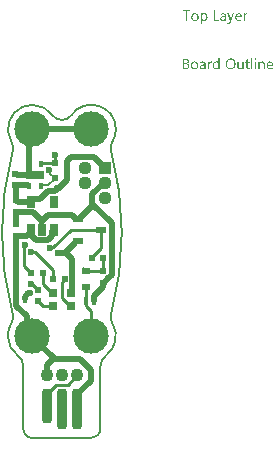
<source format=gtl>
G04*
G04 #@! TF.GenerationSoftware,Altium Limited,Altium Designer,21.9.2 (33)*
G04*
G04 Layer_Physical_Order=1*
G04 Layer_Color=255*
%FSAX25Y25*%
%MOIN*%
G70*
G04*
G04 #@! TF.SameCoordinates,22CECA58-678C-4C5F-B68D-3DF83B2D247A*
G04*
G04*
G04 #@! TF.FilePolarity,Positive*
G04*
G01*
G75*
%ADD10C,0.00591*%
%ADD13C,0.00787*%
%ADD16R,0.02756X0.03937*%
%ADD17R,0.03543X0.02362*%
%ADD18R,0.03150X0.02559*%
%ADD20R,0.02165X0.01968*%
%ADD21R,0.01968X0.02165*%
%ADD22R,0.02165X0.01968*%
G04:AMPARAMS|DCode=25|XSize=35.43mil|YSize=135.83mil|CornerRadius=13.82mil|HoleSize=0mil|Usage=FLASHONLY|Rotation=0.000|XOffset=0mil|YOffset=0mil|HoleType=Round|Shape=RoundedRectangle|*
%AMROUNDEDRECTD25*
21,1,0.03543,0.10819,0,0,0.0*
21,1,0.00780,0.13583,0,0,0.0*
1,1,0.02764,0.00390,-0.05409*
1,1,0.02764,-0.00390,-0.05409*
1,1,0.02764,-0.00390,0.05409*
1,1,0.02764,0.00390,0.05409*
%
%ADD25ROUNDEDRECTD25*%
G04:AMPARAMS|DCode=26|XSize=35.43mil|YSize=116.14mil|CornerRadius=13.82mil|HoleSize=0mil|Usage=FLASHONLY|Rotation=0.000|XOffset=0mil|YOffset=0mil|HoleType=Round|Shape=RoundedRectangle|*
%AMROUNDEDRECTD26*
21,1,0.03543,0.08850,0,0,0.0*
21,1,0.00780,0.11614,0,0,0.0*
1,1,0.02764,0.00390,-0.04425*
1,1,0.02764,-0.00390,-0.04425*
1,1,0.02764,-0.00390,0.04425*
1,1,0.02764,0.00390,0.04425*
%
%ADD26ROUNDEDRECTD26*%
%ADD36C,0.04331*%
%ADD41R,0.01575X0.02756*%
%ADD42R,0.06299X0.02756*%
%ADD43R,0.01378X0.02165*%
%ADD44R,0.03150X0.02362*%
%ADD45C,0.01968*%
%ADD46C,0.00984*%
%ADD47C,0.04370*%
%ADD48R,0.04370X0.04370*%
%ADD49C,0.11811*%
%ADD50C,0.02362*%
G36*
X0047597Y0117623D02*
X0047640Y0117617D01*
X0047683Y0117611D01*
X0047795Y0117586D01*
X0047918Y0117549D01*
X0048042Y0117487D01*
X0048104Y0117450D01*
X0048166Y0117400D01*
X0048222Y0117350D01*
X0048278Y0117289D01*
X0048284Y0117282D01*
X0048290Y0117276D01*
X0048302Y0117252D01*
X0048321Y0117227D01*
X0048339Y0117196D01*
X0048364Y0117153D01*
X0048389Y0117103D01*
X0048414Y0117053D01*
X0048439Y0116991D01*
X0048463Y0116923D01*
X0048488Y0116849D01*
X0048507Y0116769D01*
X0048537Y0116589D01*
X0048550Y0116490D01*
Y0116385D01*
Y0116379D01*
Y0116360D01*
Y0116323D01*
X0048544Y0116280D01*
Y0116230D01*
X0048531Y0116168D01*
X0048525Y0116100D01*
X0048513Y0116026D01*
X0048476Y0115865D01*
X0048420Y0115698D01*
X0048383Y0115617D01*
X0048346Y0115537D01*
X0048296Y0115456D01*
X0048240Y0115382D01*
X0048234Y0115376D01*
X0048228Y0115364D01*
X0048209Y0115345D01*
X0048185Y0115326D01*
X0048154Y0115296D01*
X0048117Y0115264D01*
X0048073Y0115227D01*
X0048024Y0115196D01*
X0047968Y0115159D01*
X0047906Y0115122D01*
X0047758Y0115066D01*
X0047677Y0115042D01*
X0047597Y0115023D01*
X0047504Y0115011D01*
X0047405Y0115005D01*
X0047355D01*
X0047324Y0115011D01*
X0047281Y0115017D01*
X0047238Y0115029D01*
X0047126Y0115054D01*
X0047009Y0115104D01*
X0046940Y0115141D01*
X0046879Y0115178D01*
X0046817Y0115227D01*
X0046761Y0115283D01*
X0046699Y0115345D01*
X0046650Y0115419D01*
X0046637D01*
Y0113909D01*
X0046235D01*
Y0117573D01*
X0046637D01*
Y0117128D01*
X0046650D01*
X0046656Y0117134D01*
X0046662Y0117153D01*
X0046681Y0117177D01*
X0046705Y0117208D01*
X0046736Y0117245D01*
X0046773Y0117289D01*
X0046817Y0117332D01*
X0046872Y0117382D01*
X0046928Y0117425D01*
X0046990Y0117468D01*
X0047064Y0117511D01*
X0047139Y0117549D01*
X0047225Y0117586D01*
X0047318Y0117611D01*
X0047411Y0117623D01*
X0047516Y0117629D01*
X0047566D01*
X0047597Y0117623D01*
D02*
G37*
G36*
X0061710Y0117611D02*
X0061784Y0117604D01*
X0061827Y0117592D01*
X0061858Y0117580D01*
Y0117165D01*
X0061852Y0117171D01*
X0061840Y0117177D01*
X0061815Y0117190D01*
X0061784Y0117208D01*
X0061741Y0117221D01*
X0061685Y0117233D01*
X0061623Y0117239D01*
X0061555Y0117245D01*
X0061543D01*
X0061512Y0117239D01*
X0061462Y0117233D01*
X0061406Y0117214D01*
X0061332Y0117183D01*
X0061264Y0117140D01*
X0061190Y0117078D01*
X0061122Y0116998D01*
X0061116Y0116985D01*
X0061097Y0116954D01*
X0061066Y0116899D01*
X0061035Y0116824D01*
X0061004Y0116732D01*
X0060973Y0116614D01*
X0060955Y0116484D01*
X0060948Y0116335D01*
Y0115060D01*
X0060546D01*
Y0117573D01*
X0060948D01*
Y0117053D01*
X0060961D01*
Y0117060D01*
X0060967Y0117066D01*
X0060979Y0117097D01*
X0060998Y0117146D01*
X0061029Y0117208D01*
X0061060Y0117270D01*
X0061109Y0117338D01*
X0061159Y0117406D01*
X0061221Y0117468D01*
X0061227Y0117474D01*
X0061252Y0117493D01*
X0061289Y0117518D01*
X0061338Y0117542D01*
X0061394Y0117567D01*
X0061462Y0117592D01*
X0061537Y0117611D01*
X0061617Y0117617D01*
X0061673D01*
X0061710Y0117611D01*
D02*
G37*
G36*
X0056331Y0114658D02*
X0056324Y0114652D01*
X0056318Y0114627D01*
X0056300Y0114584D01*
X0056275Y0114534D01*
X0056244Y0114478D01*
X0056201Y0114410D01*
X0056157Y0114342D01*
X0056108Y0114268D01*
X0056046Y0114194D01*
X0055984Y0114126D01*
X0055910Y0114058D01*
X0055829Y0114002D01*
X0055749Y0113952D01*
X0055656Y0113909D01*
X0055563Y0113884D01*
X0055458Y0113878D01*
X0055402D01*
X0055365Y0113884D01*
X0055285Y0113897D01*
X0055198Y0113915D01*
Y0114274D01*
X0055204D01*
X0055223Y0114268D01*
X0055247Y0114262D01*
X0055278Y0114255D01*
X0055353Y0114237D01*
X0055433Y0114231D01*
X0055446D01*
X0055483Y0114237D01*
X0055538Y0114249D01*
X0055607Y0114274D01*
X0055681Y0114318D01*
X0055718Y0114348D01*
X0055755Y0114385D01*
X0055792Y0114423D01*
X0055829Y0114472D01*
X0055860Y0114528D01*
X0055891Y0114590D01*
X0056095Y0115060D01*
X0055111Y0117573D01*
X0055557D01*
X0056238Y0115636D01*
Y0115630D01*
X0056244Y0115617D01*
X0056250Y0115599D01*
X0056256Y0115574D01*
X0056263Y0115537D01*
X0056275Y0115500D01*
X0056287Y0115444D01*
X0056306D01*
Y0115456D01*
X0056318Y0115494D01*
X0056331Y0115549D01*
X0056356Y0115630D01*
X0057067Y0117573D01*
X0057482D01*
X0056331Y0114658D01*
D02*
G37*
G36*
X0053923Y0117623D02*
X0053979Y0117617D01*
X0054047Y0117598D01*
X0054121Y0117580D01*
X0054201Y0117549D01*
X0054288Y0117511D01*
X0054369Y0117462D01*
X0054449Y0117400D01*
X0054523Y0117326D01*
X0054591Y0117233D01*
X0054647Y0117128D01*
X0054690Y0117004D01*
X0054715Y0116861D01*
X0054728Y0116694D01*
Y0115060D01*
X0054325D01*
Y0115450D01*
X0054313D01*
Y0115444D01*
X0054300Y0115432D01*
X0054288Y0115407D01*
X0054263Y0115382D01*
X0054201Y0115308D01*
X0054121Y0115227D01*
X0054009Y0115147D01*
X0053879Y0115073D01*
X0053799Y0115048D01*
X0053719Y0115023D01*
X0053632Y0115011D01*
X0053539Y0115005D01*
X0053502D01*
X0053477Y0115011D01*
X0053409Y0115017D01*
X0053329Y0115029D01*
X0053229Y0115054D01*
X0053137Y0115085D01*
X0053038Y0115135D01*
X0052951Y0115196D01*
X0052945Y0115209D01*
X0052920Y0115234D01*
X0052883Y0115277D01*
X0052846Y0115339D01*
X0052809Y0115413D01*
X0052772Y0115500D01*
X0052747Y0115605D01*
X0052741Y0115723D01*
Y0115729D01*
Y0115753D01*
X0052747Y0115791D01*
X0052753Y0115834D01*
X0052765Y0115890D01*
X0052784Y0115952D01*
X0052809Y0116020D01*
X0052846Y0116088D01*
X0052889Y0116162D01*
X0052945Y0116236D01*
X0053013Y0116304D01*
X0053093Y0116366D01*
X0053186Y0116428D01*
X0053298Y0116478D01*
X0053421Y0116515D01*
X0053570Y0116546D01*
X0054325Y0116651D01*
Y0116657D01*
Y0116676D01*
X0054319Y0116713D01*
Y0116750D01*
X0054307Y0116800D01*
X0054300Y0116855D01*
X0054263Y0116973D01*
X0054232Y0117029D01*
X0054201Y0117084D01*
X0054158Y0117140D01*
X0054109Y0117190D01*
X0054047Y0117233D01*
X0053979Y0117264D01*
X0053898Y0117282D01*
X0053805Y0117289D01*
X0053762D01*
X0053731Y0117282D01*
X0053688D01*
X0053644Y0117270D01*
X0053533Y0117252D01*
X0053409Y0117214D01*
X0053273Y0117159D01*
X0053199Y0117122D01*
X0053131Y0117084D01*
X0053056Y0117035D01*
X0052988Y0116979D01*
Y0117394D01*
X0052994D01*
X0053007Y0117406D01*
X0053025Y0117419D01*
X0053056Y0117431D01*
X0053087Y0117450D01*
X0053131Y0117468D01*
X0053180Y0117487D01*
X0053236Y0117511D01*
X0053360Y0117555D01*
X0053508Y0117592D01*
X0053669Y0117617D01*
X0053842Y0117629D01*
X0053879D01*
X0053923Y0117623D01*
D02*
G37*
G36*
X0051032Y0115432D02*
X0052443D01*
Y0115060D01*
X0050617D01*
Y0118576D01*
X0051032D01*
Y0115432D01*
D02*
G37*
G36*
X0042793Y0118205D02*
X0041778D01*
Y0115060D01*
X0041370D01*
Y0118205D01*
X0040354D01*
Y0118576D01*
X0042793D01*
Y0118205D01*
D02*
G37*
G36*
X0058986Y0117623D02*
X0059030Y0117617D01*
X0059073Y0117611D01*
X0059184Y0117592D01*
X0059308Y0117549D01*
X0059432Y0117493D01*
X0059494Y0117456D01*
X0059556Y0117412D01*
X0059611Y0117363D01*
X0059667Y0117307D01*
X0059673Y0117301D01*
X0059680Y0117295D01*
X0059692Y0117276D01*
X0059711Y0117252D01*
X0059729Y0117214D01*
X0059754Y0117177D01*
X0059778Y0117134D01*
X0059803Y0117078D01*
X0059828Y0117016D01*
X0059853Y0116954D01*
X0059878Y0116880D01*
X0059896Y0116800D01*
X0059915Y0116713D01*
X0059927Y0116626D01*
X0059939Y0116527D01*
Y0116422D01*
Y0116212D01*
X0058163D01*
Y0116205D01*
Y0116193D01*
Y0116174D01*
X0058169Y0116144D01*
X0058175Y0116106D01*
Y0116069D01*
X0058194Y0115970D01*
X0058225Y0115871D01*
X0058262Y0115760D01*
X0058318Y0115655D01*
X0058386Y0115562D01*
X0058398Y0115549D01*
X0058423Y0115524D01*
X0058473Y0115494D01*
X0058540Y0115450D01*
X0058627Y0115407D01*
X0058726Y0115376D01*
X0058844Y0115351D01*
X0058980Y0115339D01*
X0059023D01*
X0059054Y0115345D01*
X0059092D01*
X0059135Y0115351D01*
X0059240Y0115376D01*
X0059358Y0115407D01*
X0059488Y0115456D01*
X0059624Y0115524D01*
X0059692Y0115568D01*
X0059760Y0115617D01*
Y0115240D01*
X0059754D01*
X0059748Y0115227D01*
X0059729Y0115221D01*
X0059698Y0115203D01*
X0059667Y0115184D01*
X0059630Y0115165D01*
X0059580Y0115147D01*
X0059531Y0115122D01*
X0059469Y0115097D01*
X0059401Y0115079D01*
X0059252Y0115042D01*
X0059079Y0115017D01*
X0058887Y0115005D01*
X0058838D01*
X0058801Y0115011D01*
X0058757Y0115017D01*
X0058701Y0115023D01*
X0058584Y0115048D01*
X0058448Y0115085D01*
X0058311Y0115147D01*
X0058243Y0115190D01*
X0058175Y0115234D01*
X0058113Y0115283D01*
X0058052Y0115345D01*
X0058045Y0115351D01*
X0058039Y0115364D01*
X0058027Y0115382D01*
X0058002Y0115407D01*
X0057983Y0115444D01*
X0057959Y0115487D01*
X0057928Y0115537D01*
X0057903Y0115593D01*
X0057872Y0115655D01*
X0057847Y0115729D01*
X0057816Y0115809D01*
X0057798Y0115896D01*
X0057779Y0115989D01*
X0057761Y0116088D01*
X0057754Y0116193D01*
X0057748Y0116304D01*
Y0116311D01*
Y0116329D01*
Y0116360D01*
X0057754Y0116403D01*
X0057761Y0116453D01*
X0057767Y0116509D01*
X0057773Y0116577D01*
X0057792Y0116645D01*
X0057829Y0116794D01*
X0057884Y0116954D01*
X0057922Y0117035D01*
X0057971Y0117109D01*
X0058021Y0117190D01*
X0058076Y0117258D01*
X0058082Y0117264D01*
X0058095Y0117276D01*
X0058113Y0117295D01*
X0058138Y0117313D01*
X0058169Y0117344D01*
X0058206Y0117375D01*
X0058256Y0117406D01*
X0058305Y0117443D01*
X0058423Y0117511D01*
X0058565Y0117573D01*
X0058646Y0117592D01*
X0058726Y0117611D01*
X0058813Y0117623D01*
X0058906Y0117629D01*
X0058955D01*
X0058986Y0117623D01*
D02*
G37*
G36*
X0044495D02*
X0044539Y0117617D01*
X0044594Y0117611D01*
X0044718Y0117586D01*
X0044861Y0117542D01*
X0045003Y0117481D01*
X0045077Y0117443D01*
X0045145Y0117400D01*
X0045213Y0117344D01*
X0045275Y0117282D01*
X0045282Y0117276D01*
X0045288Y0117264D01*
X0045306Y0117245D01*
X0045325Y0117221D01*
X0045350Y0117183D01*
X0045374Y0117140D01*
X0045405Y0117091D01*
X0045436Y0117035D01*
X0045461Y0116967D01*
X0045492Y0116899D01*
X0045517Y0116818D01*
X0045542Y0116732D01*
X0045560Y0116639D01*
X0045579Y0116540D01*
X0045585Y0116434D01*
X0045591Y0116323D01*
Y0116317D01*
Y0116298D01*
Y0116267D01*
X0045585Y0116224D01*
X0045579Y0116174D01*
X0045573Y0116113D01*
X0045560Y0116051D01*
X0045548Y0115976D01*
X0045511Y0115828D01*
X0045449Y0115667D01*
X0045412Y0115586D01*
X0045362Y0115506D01*
X0045312Y0115432D01*
X0045251Y0115364D01*
X0045244Y0115357D01*
X0045232Y0115351D01*
X0045213Y0115333D01*
X0045189Y0115308D01*
X0045152Y0115283D01*
X0045114Y0115252D01*
X0045065Y0115215D01*
X0045009Y0115184D01*
X0044947Y0115153D01*
X0044879Y0115116D01*
X0044805Y0115085D01*
X0044725Y0115060D01*
X0044638Y0115035D01*
X0044545Y0115023D01*
X0044446Y0115011D01*
X0044341Y0115005D01*
X0044285D01*
X0044248Y0115011D01*
X0044205Y0115017D01*
X0044149Y0115023D01*
X0044087Y0115035D01*
X0044019Y0115048D01*
X0043876Y0115091D01*
X0043728Y0115153D01*
X0043654Y0115190D01*
X0043586Y0115240D01*
X0043517Y0115289D01*
X0043449Y0115351D01*
X0043443Y0115357D01*
X0043437Y0115370D01*
X0043418Y0115388D01*
X0043400Y0115413D01*
X0043375Y0115450D01*
X0043344Y0115494D01*
X0043313Y0115543D01*
X0043288Y0115599D01*
X0043257Y0115667D01*
X0043227Y0115735D01*
X0043196Y0115809D01*
X0043171Y0115896D01*
X0043134Y0116082D01*
X0043127Y0116181D01*
X0043121Y0116286D01*
Y0116292D01*
Y0116317D01*
Y0116348D01*
X0043127Y0116391D01*
X0043134Y0116441D01*
X0043140Y0116502D01*
X0043152Y0116571D01*
X0043165Y0116645D01*
X0043202Y0116806D01*
X0043264Y0116967D01*
X0043307Y0117047D01*
X0043350Y0117128D01*
X0043400Y0117202D01*
X0043462Y0117270D01*
X0043468Y0117276D01*
X0043480Y0117289D01*
X0043499Y0117301D01*
X0043524Y0117326D01*
X0043561Y0117350D01*
X0043604Y0117382D01*
X0043654Y0117419D01*
X0043709Y0117450D01*
X0043771Y0117481D01*
X0043845Y0117518D01*
X0043920Y0117549D01*
X0044006Y0117573D01*
X0044093Y0117598D01*
X0044192Y0117617D01*
X0044297Y0117623D01*
X0044403Y0117629D01*
X0044458D01*
X0044495Y0117623D01*
D02*
G37*
G36*
X0064563Y0102638D02*
X0064588D01*
X0064644Y0102613D01*
X0064675Y0102594D01*
X0064706Y0102569D01*
X0064712Y0102563D01*
X0064718Y0102557D01*
X0064749Y0102520D01*
X0064774Y0102458D01*
X0064780Y0102421D01*
X0064786Y0102384D01*
Y0102377D01*
Y0102365D01*
X0064780Y0102347D01*
X0064774Y0102322D01*
X0064755Y0102260D01*
X0064731Y0102229D01*
X0064706Y0102198D01*
X0064700D01*
X0064693Y0102186D01*
X0064656Y0102161D01*
X0064601Y0102136D01*
X0064563Y0102130D01*
X0064526Y0102124D01*
X0064508D01*
X0064489Y0102130D01*
X0064464D01*
X0064403Y0102155D01*
X0064372Y0102167D01*
X0064341Y0102192D01*
Y0102198D01*
X0064328Y0102204D01*
X0064316Y0102223D01*
X0064303Y0102241D01*
X0064279Y0102303D01*
X0064272Y0102340D01*
X0064266Y0102384D01*
Y0102390D01*
Y0102402D01*
X0064272Y0102421D01*
X0064279Y0102452D01*
X0064297Y0102507D01*
X0064316Y0102539D01*
X0064341Y0102569D01*
X0064347Y0102576D01*
X0064353Y0102582D01*
X0064390Y0102607D01*
X0064452Y0102631D01*
X0064489Y0102644D01*
X0064545D01*
X0064563Y0102638D01*
D02*
G37*
G36*
X0052573Y0098973D02*
X0052171D01*
Y0099394D01*
X0052159D01*
Y0099388D01*
X0052146Y0099375D01*
X0052128Y0099351D01*
X0052109Y0099320D01*
X0052078Y0099282D01*
X0052041Y0099245D01*
X0051998Y0099202D01*
X0051948Y0099159D01*
X0051893Y0099109D01*
X0051824Y0099066D01*
X0051756Y0099029D01*
X0051676Y0098992D01*
X0051595Y0098961D01*
X0051503Y0098936D01*
X0051403Y0098923D01*
X0051298Y0098917D01*
X0051255D01*
X0051218Y0098923D01*
X0051181Y0098930D01*
X0051131Y0098936D01*
X0051026Y0098961D01*
X0050902Y0098998D01*
X0050778Y0099060D01*
X0050710Y0099097D01*
X0050655Y0099140D01*
X0050593Y0099196D01*
X0050537Y0099252D01*
Y0099258D01*
X0050524Y0099270D01*
X0050512Y0099289D01*
X0050494Y0099313D01*
X0050475Y0099344D01*
X0050450Y0099388D01*
X0050425Y0099437D01*
X0050401Y0099493D01*
X0050370Y0099555D01*
X0050345Y0099623D01*
X0050320Y0099697D01*
X0050302Y0099778D01*
X0050283Y0099864D01*
X0050271Y0099963D01*
X0050265Y0100063D01*
X0050258Y0100168D01*
Y0100174D01*
Y0100192D01*
Y0100230D01*
X0050265Y0100273D01*
X0050271Y0100322D01*
X0050277Y0100384D01*
X0050283Y0100452D01*
X0050296Y0100527D01*
X0050333Y0100688D01*
X0050388Y0100855D01*
X0050425Y0100935D01*
X0050469Y0101016D01*
X0050512Y0101090D01*
X0050568Y0101164D01*
X0050574Y0101171D01*
X0050580Y0101183D01*
X0050599Y0101201D01*
X0050624Y0101226D01*
X0050655Y0101251D01*
X0050698Y0101282D01*
X0050741Y0101319D01*
X0050791Y0101356D01*
X0050915Y0101424D01*
X0051057Y0101486D01*
X0051137Y0101505D01*
X0051224Y0101523D01*
X0051311Y0101536D01*
X0051410Y0101542D01*
X0051459D01*
X0051496Y0101536D01*
X0051534Y0101530D01*
X0051583Y0101523D01*
X0051694Y0101492D01*
X0051818Y0101443D01*
X0051880Y0101412D01*
X0051942Y0101369D01*
X0052004Y0101325D01*
X0052060Y0101269D01*
X0052109Y0101208D01*
X0052159Y0101133D01*
X0052171D01*
Y0102693D01*
X0052573D01*
Y0098973D01*
D02*
G37*
G36*
X0066841Y0101536D02*
X0066916Y0101530D01*
X0067009Y0101511D01*
X0067107Y0101480D01*
X0067213Y0101430D01*
X0067318Y0101362D01*
X0067361Y0101325D01*
X0067405Y0101276D01*
X0067417Y0101263D01*
X0067442Y0101226D01*
X0067473Y0101164D01*
X0067516Y0101078D01*
X0067553Y0100972D01*
X0067590Y0100842D01*
X0067615Y0100688D01*
X0067621Y0100508D01*
Y0098973D01*
X0067219D01*
Y0100403D01*
Y0100409D01*
Y0100440D01*
X0067213Y0100477D01*
Y0100527D01*
X0067200Y0100589D01*
X0067188Y0100657D01*
X0067169Y0100731D01*
X0067145Y0100805D01*
X0067114Y0100880D01*
X0067077Y0100948D01*
X0067027Y0101016D01*
X0066971Y0101078D01*
X0066909Y0101127D01*
X0066829Y0101164D01*
X0066742Y0101195D01*
X0066637Y0101201D01*
X0066625D01*
X0066588Y0101195D01*
X0066532Y0101189D01*
X0066464Y0101171D01*
X0066383Y0101146D01*
X0066297Y0101102D01*
X0066216Y0101047D01*
X0066136Y0100972D01*
X0066129Y0100960D01*
X0066105Y0100935D01*
X0066074Y0100886D01*
X0066037Y0100818D01*
X0066000Y0100737D01*
X0065969Y0100638D01*
X0065944Y0100527D01*
X0065938Y0100403D01*
Y0098973D01*
X0065535D01*
Y0101486D01*
X0065938D01*
Y0101065D01*
X0065950D01*
X0065956Y0101072D01*
X0065962Y0101084D01*
X0065981Y0101109D01*
X0066006Y0101139D01*
X0066030Y0101177D01*
X0066068Y0101214D01*
X0066111Y0101257D01*
X0066160Y0101307D01*
X0066216Y0101350D01*
X0066278Y0101393D01*
X0066346Y0101430D01*
X0066420Y0101468D01*
X0066495Y0101499D01*
X0066581Y0101523D01*
X0066674Y0101536D01*
X0066773Y0101542D01*
X0066810D01*
X0066841Y0101536D01*
D02*
G37*
G36*
X0049844Y0101523D02*
X0049918Y0101517D01*
X0049961Y0101505D01*
X0049992Y0101492D01*
Y0101078D01*
X0049986Y0101084D01*
X0049974Y0101090D01*
X0049949Y0101102D01*
X0049918Y0101121D01*
X0049874Y0101133D01*
X0049819Y0101146D01*
X0049757Y0101152D01*
X0049689Y0101158D01*
X0049676D01*
X0049646Y0101152D01*
X0049596Y0101146D01*
X0049540Y0101127D01*
X0049466Y0101096D01*
X0049398Y0101053D01*
X0049324Y0100991D01*
X0049255Y0100910D01*
X0049249Y0100898D01*
X0049231Y0100867D01*
X0049200Y0100812D01*
X0049169Y0100737D01*
X0049138Y0100644D01*
X0049107Y0100527D01*
X0049088Y0100397D01*
X0049082Y0100248D01*
Y0098973D01*
X0048680D01*
Y0101486D01*
X0049082D01*
Y0100966D01*
X0049095D01*
Y0100972D01*
X0049101Y0100979D01*
X0049113Y0101010D01*
X0049132Y0101059D01*
X0049163Y0101121D01*
X0049194Y0101183D01*
X0049243Y0101251D01*
X0049293Y0101319D01*
X0049355Y0101381D01*
X0049361Y0101387D01*
X0049385Y0101406D01*
X0049423Y0101430D01*
X0049472Y0101455D01*
X0049528Y0101480D01*
X0049596Y0101505D01*
X0049670Y0101523D01*
X0049751Y0101530D01*
X0049806D01*
X0049844Y0101523D01*
D02*
G37*
G36*
X0060583Y0098973D02*
X0060181D01*
Y0099369D01*
X0060168D01*
Y0099363D01*
X0060156Y0099351D01*
X0060144Y0099326D01*
X0060119Y0099301D01*
X0060063Y0099227D01*
X0059977Y0099146D01*
X0059927Y0099103D01*
X0059871Y0099060D01*
X0059809Y0099023D01*
X0059735Y0098985D01*
X0059661Y0098961D01*
X0059580Y0098936D01*
X0059488Y0098923D01*
X0059395Y0098917D01*
X0059358D01*
X0059314Y0098923D01*
X0059252Y0098936D01*
X0059184Y0098948D01*
X0059110Y0098973D01*
X0059030Y0099004D01*
X0058949Y0099054D01*
X0058862Y0099109D01*
X0058782Y0099177D01*
X0058708Y0099264D01*
X0058640Y0099369D01*
X0058578Y0099487D01*
X0058534Y0099629D01*
X0058510Y0099796D01*
X0058497Y0099883D01*
Y0099982D01*
Y0101486D01*
X0058893D01*
Y0100044D01*
Y0100038D01*
Y0100013D01*
X0058900Y0099970D01*
X0058906Y0099920D01*
X0058912Y0099858D01*
X0058924Y0099796D01*
X0058943Y0099722D01*
X0058968Y0099648D01*
X0059005Y0099573D01*
X0059042Y0099505D01*
X0059092Y0099437D01*
X0059153Y0099375D01*
X0059222Y0099326D01*
X0059302Y0099289D01*
X0059401Y0099258D01*
X0059506Y0099252D01*
X0059519D01*
X0059556Y0099258D01*
X0059611Y0099264D01*
X0059673Y0099276D01*
X0059754Y0099307D01*
X0059834Y0099344D01*
X0059915Y0099394D01*
X0059989Y0099468D01*
X0059995Y0099481D01*
X0060020Y0099505D01*
X0060051Y0099555D01*
X0060088Y0099623D01*
X0060119Y0099704D01*
X0060150Y0099803D01*
X0060175Y0099914D01*
X0060181Y0100038D01*
Y0101486D01*
X0060583D01*
Y0098973D01*
D02*
G37*
G36*
X0064718D02*
X0064316D01*
Y0101486D01*
X0064718D01*
Y0098973D01*
D02*
G37*
G36*
X0063499D02*
X0063096D01*
Y0102693D01*
X0063499D01*
Y0098973D01*
D02*
G37*
G36*
X0047120Y0101536D02*
X0047176Y0101530D01*
X0047244Y0101511D01*
X0047318Y0101492D01*
X0047399Y0101461D01*
X0047485Y0101424D01*
X0047566Y0101375D01*
X0047646Y0101313D01*
X0047720Y0101239D01*
X0047789Y0101146D01*
X0047844Y0101040D01*
X0047888Y0100917D01*
X0047912Y0100774D01*
X0047925Y0100607D01*
Y0098973D01*
X0047522D01*
Y0099363D01*
X0047510D01*
Y0099357D01*
X0047498Y0099344D01*
X0047485Y0099320D01*
X0047460Y0099295D01*
X0047399Y0099221D01*
X0047318Y0099140D01*
X0047207Y0099060D01*
X0047077Y0098985D01*
X0046996Y0098961D01*
X0046916Y0098936D01*
X0046829Y0098923D01*
X0046736Y0098917D01*
X0046699D01*
X0046674Y0098923D01*
X0046606Y0098930D01*
X0046526Y0098942D01*
X0046427Y0098967D01*
X0046334Y0098998D01*
X0046235Y0099047D01*
X0046148Y0099109D01*
X0046142Y0099122D01*
X0046117Y0099146D01*
X0046080Y0099190D01*
X0046043Y0099252D01*
X0046006Y0099326D01*
X0045969Y0099413D01*
X0045944Y0099518D01*
X0045938Y0099635D01*
Y0099642D01*
Y0099666D01*
X0045944Y0099704D01*
X0045950Y0099747D01*
X0045963Y0099803D01*
X0045981Y0099864D01*
X0046006Y0099932D01*
X0046043Y0100001D01*
X0046086Y0100075D01*
X0046142Y0100149D01*
X0046210Y0100217D01*
X0046290Y0100279D01*
X0046383Y0100341D01*
X0046495Y0100391D01*
X0046619Y0100428D01*
X0046767Y0100459D01*
X0047522Y0100564D01*
Y0100570D01*
Y0100589D01*
X0047516Y0100626D01*
Y0100663D01*
X0047504Y0100712D01*
X0047498Y0100768D01*
X0047460Y0100886D01*
X0047429Y0100942D01*
X0047399Y0100997D01*
X0047355Y0101053D01*
X0047306Y0101102D01*
X0047244Y0101146D01*
X0047176Y0101177D01*
X0047095Y0101195D01*
X0047002Y0101201D01*
X0046959D01*
X0046928Y0101195D01*
X0046885D01*
X0046841Y0101183D01*
X0046730Y0101164D01*
X0046606Y0101127D01*
X0046470Y0101072D01*
X0046396Y0101034D01*
X0046328Y0100997D01*
X0046253Y0100948D01*
X0046185Y0100892D01*
Y0101307D01*
X0046191D01*
X0046204Y0101319D01*
X0046222Y0101331D01*
X0046253Y0101344D01*
X0046284Y0101362D01*
X0046328Y0101381D01*
X0046377Y0101400D01*
X0046433Y0101424D01*
X0046557Y0101468D01*
X0046705Y0101505D01*
X0046866Y0101530D01*
X0047039Y0101542D01*
X0047077D01*
X0047120Y0101536D01*
D02*
G37*
G36*
X0041431Y0102483D02*
X0041475D01*
X0041518Y0102477D01*
X0041617Y0102464D01*
X0041735Y0102433D01*
X0041859Y0102396D01*
X0041976Y0102340D01*
X0042081Y0102266D01*
X0042088D01*
X0042094Y0102254D01*
X0042125Y0102229D01*
X0042168Y0102180D01*
X0042217Y0102111D01*
X0042261Y0102025D01*
X0042304Y0101926D01*
X0042335Y0101814D01*
X0042347Y0101752D01*
Y0101684D01*
Y0101678D01*
Y0101672D01*
Y0101635D01*
X0042341Y0101579D01*
X0042329Y0101511D01*
X0042310Y0101424D01*
X0042279Y0101338D01*
X0042242Y0101251D01*
X0042187Y0101164D01*
X0042180Y0101152D01*
X0042156Y0101127D01*
X0042118Y0101090D01*
X0042069Y0101040D01*
X0042007Y0100991D01*
X0041933Y0100935D01*
X0041840Y0100892D01*
X0041741Y0100849D01*
Y0100842D01*
X0041759D01*
X0041778Y0100836D01*
X0041797Y0100830D01*
X0041865Y0100818D01*
X0041945Y0100793D01*
X0042032Y0100756D01*
X0042125Y0100712D01*
X0042217Y0100651D01*
X0042304Y0100570D01*
X0042317Y0100558D01*
X0042341Y0100527D01*
X0042372Y0100483D01*
X0042416Y0100415D01*
X0042453Y0100329D01*
X0042490Y0100230D01*
X0042515Y0100112D01*
X0042521Y0099982D01*
Y0099976D01*
Y0099963D01*
Y0099939D01*
X0042515Y0099908D01*
X0042508Y0099871D01*
X0042502Y0099827D01*
X0042478Y0099722D01*
X0042440Y0099604D01*
X0042385Y0099481D01*
X0042347Y0099425D01*
X0042304Y0099363D01*
X0042248Y0099307D01*
X0042193Y0099252D01*
X0042187D01*
X0042180Y0099239D01*
X0042162Y0099227D01*
X0042137Y0099208D01*
X0042106Y0099190D01*
X0042063Y0099165D01*
X0041970Y0099115D01*
X0041852Y0099060D01*
X0041716Y0099016D01*
X0041555Y0098985D01*
X0041475Y0098979D01*
X0041382Y0098973D01*
X0040354D01*
Y0102489D01*
X0041400D01*
X0041431Y0102483D01*
D02*
G37*
G36*
X0061927Y0101486D02*
X0062564D01*
Y0101139D01*
X0061927D01*
Y0099722D01*
Y0099710D01*
Y0099679D01*
X0061933Y0099635D01*
X0061939Y0099580D01*
X0061964Y0099462D01*
X0061982Y0099406D01*
X0062013Y0099363D01*
X0062019Y0099357D01*
X0062032Y0099344D01*
X0062050Y0099332D01*
X0062081Y0099313D01*
X0062118Y0099289D01*
X0062168Y0099276D01*
X0062230Y0099264D01*
X0062298Y0099258D01*
X0062323D01*
X0062354Y0099264D01*
X0062391Y0099270D01*
X0062477Y0099295D01*
X0062521Y0099313D01*
X0062564Y0099338D01*
Y0098992D01*
X0062558D01*
X0062539Y0098979D01*
X0062508Y0098973D01*
X0062465Y0098961D01*
X0062409Y0098948D01*
X0062347Y0098936D01*
X0062273Y0098930D01*
X0062186Y0098923D01*
X0062155D01*
X0062125Y0098930D01*
X0062081Y0098936D01*
X0062032Y0098948D01*
X0061976Y0098961D01*
X0061920Y0098985D01*
X0061858Y0099016D01*
X0061796Y0099054D01*
X0061735Y0099103D01*
X0061679Y0099159D01*
X0061629Y0099233D01*
X0061586Y0099313D01*
X0061555Y0099413D01*
X0061530Y0099524D01*
X0061524Y0099654D01*
Y0101139D01*
X0061097D01*
Y0101486D01*
X0061524D01*
Y0102099D01*
X0061927Y0102229D01*
Y0101486D01*
D02*
G37*
G36*
X0069454Y0101536D02*
X0069497Y0101530D01*
X0069540Y0101523D01*
X0069652Y0101505D01*
X0069775Y0101461D01*
X0069899Y0101406D01*
X0069961Y0101369D01*
X0070023Y0101325D01*
X0070079Y0101276D01*
X0070134Y0101220D01*
X0070141Y0101214D01*
X0070147Y0101208D01*
X0070159Y0101189D01*
X0070178Y0101164D01*
X0070196Y0101127D01*
X0070221Y0101090D01*
X0070246Y0101047D01*
X0070271Y0100991D01*
X0070295Y0100929D01*
X0070320Y0100867D01*
X0070345Y0100793D01*
X0070363Y0100712D01*
X0070382Y0100626D01*
X0070394Y0100539D01*
X0070407Y0100440D01*
Y0100335D01*
Y0100124D01*
X0068630D01*
Y0100118D01*
Y0100106D01*
Y0100087D01*
X0068636Y0100056D01*
X0068643Y0100019D01*
Y0099982D01*
X0068661Y0099883D01*
X0068692Y0099784D01*
X0068729Y0099673D01*
X0068785Y0099567D01*
X0068853Y0099474D01*
X0068866Y0099462D01*
X0068890Y0099437D01*
X0068940Y0099406D01*
X0069008Y0099363D01*
X0069095Y0099320D01*
X0069194Y0099289D01*
X0069311Y0099264D01*
X0069447Y0099252D01*
X0069491D01*
X0069522Y0099258D01*
X0069559D01*
X0069602Y0099264D01*
X0069707Y0099289D01*
X0069825Y0099320D01*
X0069955Y0099369D01*
X0070091Y0099437D01*
X0070159Y0099481D01*
X0070227Y0099530D01*
Y0099152D01*
X0070221D01*
X0070215Y0099140D01*
X0070196Y0099134D01*
X0070165Y0099115D01*
X0070134Y0099097D01*
X0070097Y0099078D01*
X0070048Y0099060D01*
X0069998Y0099035D01*
X0069936Y0099010D01*
X0069868Y0098992D01*
X0069720Y0098954D01*
X0069546Y0098930D01*
X0069354Y0098917D01*
X0069305D01*
X0069268Y0098923D01*
X0069225Y0098930D01*
X0069169Y0098936D01*
X0069051Y0098961D01*
X0068915Y0098998D01*
X0068779Y0099060D01*
X0068711Y0099103D01*
X0068643Y0099146D01*
X0068581Y0099196D01*
X0068519Y0099258D01*
X0068513Y0099264D01*
X0068506Y0099276D01*
X0068494Y0099295D01*
X0068469Y0099320D01*
X0068451Y0099357D01*
X0068426Y0099400D01*
X0068395Y0099450D01*
X0068370Y0099505D01*
X0068339Y0099567D01*
X0068315Y0099642D01*
X0068284Y0099722D01*
X0068265Y0099809D01*
X0068247Y0099901D01*
X0068228Y0100001D01*
X0068222Y0100106D01*
X0068216Y0100217D01*
Y0100223D01*
Y0100242D01*
Y0100273D01*
X0068222Y0100316D01*
X0068228Y0100366D01*
X0068234Y0100422D01*
X0068240Y0100490D01*
X0068259Y0100558D01*
X0068296Y0100706D01*
X0068352Y0100867D01*
X0068389Y0100948D01*
X0068438Y0101022D01*
X0068488Y0101102D01*
X0068544Y0101171D01*
X0068550Y0101177D01*
X0068562Y0101189D01*
X0068581Y0101208D01*
X0068606Y0101226D01*
X0068636Y0101257D01*
X0068674Y0101288D01*
X0068723Y0101319D01*
X0068773Y0101356D01*
X0068890Y0101424D01*
X0069033Y0101486D01*
X0069113Y0101505D01*
X0069194Y0101523D01*
X0069280Y0101536D01*
X0069373Y0101542D01*
X0069423D01*
X0069454Y0101536D01*
D02*
G37*
G36*
X0056411Y0102545D02*
X0056473Y0102539D01*
X0056547Y0102526D01*
X0056628Y0102507D01*
X0056714Y0102489D01*
X0056801Y0102464D01*
X0056900Y0102433D01*
X0056993Y0102390D01*
X0057092Y0102340D01*
X0057191Y0102285D01*
X0057284Y0102217D01*
X0057377Y0102142D01*
X0057464Y0102056D01*
X0057470Y0102050D01*
X0057482Y0102031D01*
X0057507Y0102006D01*
X0057532Y0101969D01*
X0057569Y0101919D01*
X0057606Y0101858D01*
X0057643Y0101789D01*
X0057686Y0101715D01*
X0057730Y0101622D01*
X0057767Y0101530D01*
X0057804Y0101424D01*
X0057841Y0101307D01*
X0057866Y0101189D01*
X0057891Y0101059D01*
X0057903Y0100917D01*
X0057909Y0100774D01*
Y0100762D01*
Y0100737D01*
Y0100694D01*
X0057903Y0100632D01*
X0057897Y0100558D01*
X0057884Y0100477D01*
X0057872Y0100384D01*
X0057854Y0100279D01*
X0057829Y0100174D01*
X0057798Y0100063D01*
X0057761Y0099951D01*
X0057717Y0099840D01*
X0057662Y0099722D01*
X0057600Y0099617D01*
X0057532Y0099512D01*
X0057451Y0099413D01*
X0057445Y0099406D01*
X0057433Y0099394D01*
X0057402Y0099369D01*
X0057371Y0099338D01*
X0057321Y0099295D01*
X0057265Y0099258D01*
X0057204Y0099208D01*
X0057129Y0099165D01*
X0057049Y0099122D01*
X0056956Y0099072D01*
X0056857Y0099035D01*
X0056745Y0098998D01*
X0056628Y0098961D01*
X0056504Y0098936D01*
X0056374Y0098923D01*
X0056232Y0098917D01*
X0056201D01*
X0056157Y0098923D01*
X0056108D01*
X0056046Y0098930D01*
X0055972Y0098942D01*
X0055891Y0098961D01*
X0055798Y0098979D01*
X0055705Y0099004D01*
X0055607Y0099035D01*
X0055507Y0099078D01*
X0055408Y0099122D01*
X0055309Y0099177D01*
X0055210Y0099245D01*
X0055117Y0099320D01*
X0055031Y0099406D01*
X0055025Y0099413D01*
X0055012Y0099431D01*
X0054988Y0099456D01*
X0054963Y0099493D01*
X0054926Y0099542D01*
X0054888Y0099604D01*
X0054851Y0099673D01*
X0054808Y0099753D01*
X0054765Y0099840D01*
X0054728Y0099932D01*
X0054690Y0100038D01*
X0054653Y0100155D01*
X0054628Y0100273D01*
X0054604Y0100403D01*
X0054591Y0100545D01*
X0054585Y0100688D01*
Y0100700D01*
Y0100725D01*
X0054591Y0100768D01*
Y0100830D01*
X0054598Y0100898D01*
X0054610Y0100985D01*
X0054622Y0101078D01*
X0054641Y0101177D01*
X0054666Y0101282D01*
X0054697Y0101393D01*
X0054734Y0101505D01*
X0054777Y0101616D01*
X0054833Y0101728D01*
X0054895Y0101839D01*
X0054963Y0101944D01*
X0055043Y0102043D01*
X0055049Y0102050D01*
X0055062Y0102068D01*
X0055093Y0102093D01*
X0055130Y0102124D01*
X0055173Y0102161D01*
X0055229Y0102204D01*
X0055297Y0102248D01*
X0055371Y0102297D01*
X0055458Y0102347D01*
X0055551Y0102390D01*
X0055650Y0102433D01*
X0055761Y0102470D01*
X0055885Y0102501D01*
X0056015Y0102532D01*
X0056151Y0102545D01*
X0056294Y0102551D01*
X0056362D01*
X0056411Y0102545D01*
D02*
G37*
G36*
X0044384Y0101536D02*
X0044427Y0101530D01*
X0044483Y0101523D01*
X0044607Y0101499D01*
X0044749Y0101455D01*
X0044892Y0101393D01*
X0044966Y0101356D01*
X0045034Y0101313D01*
X0045102Y0101257D01*
X0045164Y0101195D01*
X0045170Y0101189D01*
X0045176Y0101177D01*
X0045195Y0101158D01*
X0045213Y0101133D01*
X0045238Y0101096D01*
X0045263Y0101053D01*
X0045294Y0101003D01*
X0045325Y0100948D01*
X0045350Y0100880D01*
X0045381Y0100812D01*
X0045405Y0100731D01*
X0045430Y0100644D01*
X0045449Y0100551D01*
X0045467Y0100452D01*
X0045474Y0100347D01*
X0045480Y0100236D01*
Y0100230D01*
Y0100211D01*
Y0100180D01*
X0045474Y0100137D01*
X0045467Y0100087D01*
X0045461Y0100025D01*
X0045449Y0099963D01*
X0045436Y0099889D01*
X0045399Y0099741D01*
X0045337Y0099580D01*
X0045300Y0099499D01*
X0045251Y0099419D01*
X0045201Y0099344D01*
X0045139Y0099276D01*
X0045133Y0099270D01*
X0045121Y0099264D01*
X0045102Y0099245D01*
X0045077Y0099221D01*
X0045040Y0099196D01*
X0045003Y0099165D01*
X0044954Y0099128D01*
X0044898Y0099097D01*
X0044836Y0099066D01*
X0044768Y0099029D01*
X0044693Y0098998D01*
X0044613Y0098973D01*
X0044526Y0098948D01*
X0044434Y0098936D01*
X0044335Y0098923D01*
X0044229Y0098917D01*
X0044174D01*
X0044136Y0098923D01*
X0044093Y0098930D01*
X0044037Y0098936D01*
X0043975Y0098948D01*
X0043907Y0098961D01*
X0043765Y0099004D01*
X0043617Y0099066D01*
X0043542Y0099103D01*
X0043474Y0099152D01*
X0043406Y0099202D01*
X0043338Y0099264D01*
X0043332Y0099270D01*
X0043325Y0099282D01*
X0043307Y0099301D01*
X0043288Y0099326D01*
X0043264Y0099363D01*
X0043233Y0099406D01*
X0043202Y0099456D01*
X0043177Y0099512D01*
X0043146Y0099580D01*
X0043115Y0099648D01*
X0043084Y0099722D01*
X0043059Y0099809D01*
X0043022Y0099994D01*
X0043016Y0100093D01*
X0043010Y0100199D01*
Y0100205D01*
Y0100230D01*
Y0100261D01*
X0043016Y0100304D01*
X0043022Y0100353D01*
X0043028Y0100415D01*
X0043041Y0100483D01*
X0043053Y0100558D01*
X0043090Y0100719D01*
X0043152Y0100880D01*
X0043196Y0100960D01*
X0043239Y0101040D01*
X0043288Y0101115D01*
X0043350Y0101183D01*
X0043356Y0101189D01*
X0043369Y0101201D01*
X0043387Y0101214D01*
X0043412Y0101239D01*
X0043449Y0101263D01*
X0043493Y0101294D01*
X0043542Y0101331D01*
X0043598Y0101362D01*
X0043660Y0101393D01*
X0043734Y0101430D01*
X0043808Y0101461D01*
X0043895Y0101486D01*
X0043982Y0101511D01*
X0044081Y0101530D01*
X0044186Y0101536D01*
X0044291Y0101542D01*
X0044347D01*
X0044384Y0101536D01*
D02*
G37*
%LPC*%
G36*
X0047417Y0117289D02*
X0047386D01*
X0047361Y0117282D01*
X0047293Y0117276D01*
X0047213Y0117258D01*
X0047126Y0117227D01*
X0047027Y0117183D01*
X0046934Y0117122D01*
X0046848Y0117041D01*
X0046841Y0117029D01*
X0046817Y0116998D01*
X0046780Y0116948D01*
X0046742Y0116874D01*
X0046705Y0116787D01*
X0046668Y0116682D01*
X0046643Y0116564D01*
X0046637Y0116434D01*
Y0116082D01*
Y0116075D01*
Y0116069D01*
X0046643Y0116032D01*
X0046650Y0115970D01*
X0046662Y0115902D01*
X0046687Y0115815D01*
X0046724Y0115729D01*
X0046773Y0115642D01*
X0046841Y0115555D01*
X0046854Y0115549D01*
X0046879Y0115524D01*
X0046922Y0115487D01*
X0046984Y0115450D01*
X0047058Y0115407D01*
X0047145Y0115376D01*
X0047244Y0115351D01*
X0047355Y0115339D01*
X0047392D01*
X0047417Y0115345D01*
X0047479Y0115351D01*
X0047566Y0115376D01*
X0047652Y0115407D01*
X0047751Y0115456D01*
X0047844Y0115524D01*
X0047888Y0115568D01*
X0047925Y0115617D01*
Y0115623D01*
X0047931Y0115630D01*
X0047943Y0115648D01*
X0047956Y0115667D01*
X0047974Y0115698D01*
X0047993Y0115735D01*
X0048030Y0115822D01*
X0048067Y0115933D01*
X0048104Y0116063D01*
X0048129Y0116218D01*
X0048135Y0116397D01*
Y0116403D01*
Y0116416D01*
Y0116434D01*
Y0116465D01*
X0048129Y0116502D01*
X0048123Y0116540D01*
X0048110Y0116632D01*
X0048086Y0116738D01*
X0048055Y0116849D01*
X0048005Y0116954D01*
X0047943Y0117047D01*
X0047937Y0117060D01*
X0047906Y0117084D01*
X0047863Y0117122D01*
X0047807Y0117171D01*
X0047733Y0117214D01*
X0047640Y0117252D01*
X0047535Y0117276D01*
X0047417Y0117289D01*
D02*
G37*
G36*
X0054325Y0116329D02*
X0053719Y0116243D01*
X0053706D01*
X0053675Y0116236D01*
X0053626Y0116224D01*
X0053564Y0116212D01*
X0053496Y0116193D01*
X0053421Y0116168D01*
X0053360Y0116144D01*
X0053298Y0116106D01*
X0053291Y0116100D01*
X0053273Y0116088D01*
X0053254Y0116063D01*
X0053229Y0116026D01*
X0053199Y0115976D01*
X0053180Y0115914D01*
X0053161Y0115840D01*
X0053155Y0115753D01*
Y0115747D01*
Y0115723D01*
X0053161Y0115692D01*
X0053174Y0115648D01*
X0053186Y0115599D01*
X0053211Y0115549D01*
X0053242Y0115500D01*
X0053285Y0115450D01*
X0053291Y0115444D01*
X0053310Y0115432D01*
X0053341Y0115413D01*
X0053378Y0115394D01*
X0053428Y0115376D01*
X0053490Y0115357D01*
X0053558Y0115345D01*
X0053638Y0115339D01*
X0053650D01*
X0053688Y0115345D01*
X0053743Y0115351D01*
X0053811Y0115364D01*
X0053886Y0115388D01*
X0053972Y0115426D01*
X0054053Y0115481D01*
X0054127Y0115549D01*
X0054133Y0115562D01*
X0054158Y0115586D01*
X0054189Y0115630D01*
X0054226Y0115692D01*
X0054263Y0115772D01*
X0054294Y0115859D01*
X0054319Y0115964D01*
X0054325Y0116075D01*
Y0116329D01*
D02*
G37*
G36*
X0058900Y0117289D02*
X0058850D01*
X0058801Y0117276D01*
X0058732Y0117264D01*
X0058658Y0117239D01*
X0058571Y0117202D01*
X0058491Y0117153D01*
X0058411Y0117084D01*
X0058404Y0117078D01*
X0058380Y0117047D01*
X0058349Y0117004D01*
X0058305Y0116942D01*
X0058262Y0116868D01*
X0058225Y0116775D01*
X0058194Y0116670D01*
X0058169Y0116552D01*
X0059525D01*
Y0116558D01*
Y0116571D01*
Y0116583D01*
Y0116608D01*
X0059519Y0116676D01*
X0059506Y0116750D01*
X0059481Y0116843D01*
X0059457Y0116930D01*
X0059413Y0117016D01*
X0059358Y0117097D01*
X0059351Y0117103D01*
X0059327Y0117128D01*
X0059289Y0117159D01*
X0059240Y0117196D01*
X0059172Y0117227D01*
X0059092Y0117258D01*
X0059005Y0117282D01*
X0058900Y0117289D01*
D02*
G37*
G36*
X0044372D02*
X0044335D01*
X0044310Y0117282D01*
X0044236Y0117276D01*
X0044149Y0117258D01*
X0044050Y0117227D01*
X0043944Y0117177D01*
X0043845Y0117109D01*
X0043796Y0117072D01*
X0043753Y0117023D01*
X0043740Y0117010D01*
X0043716Y0116973D01*
X0043685Y0116917D01*
X0043641Y0116837D01*
X0043598Y0116732D01*
X0043567Y0116608D01*
X0043542Y0116465D01*
X0043530Y0116298D01*
Y0116292D01*
Y0116280D01*
Y0116255D01*
X0043536Y0116224D01*
Y0116187D01*
X0043542Y0116144D01*
X0043561Y0116044D01*
X0043586Y0115933D01*
X0043629Y0115815D01*
X0043685Y0115698D01*
X0043759Y0115593D01*
X0043771Y0115580D01*
X0043802Y0115555D01*
X0043852Y0115512D01*
X0043920Y0115469D01*
X0044006Y0115419D01*
X0044112Y0115376D01*
X0044236Y0115351D01*
X0044372Y0115339D01*
X0044409D01*
X0044434Y0115345D01*
X0044508Y0115351D01*
X0044594Y0115370D01*
X0044687Y0115401D01*
X0044793Y0115444D01*
X0044885Y0115506D01*
X0044972Y0115586D01*
X0044978Y0115599D01*
X0045003Y0115636D01*
X0045040Y0115692D01*
X0045077Y0115772D01*
X0045114Y0115877D01*
X0045152Y0116001D01*
X0045176Y0116144D01*
X0045182Y0116311D01*
Y0116317D01*
Y0116329D01*
Y0116354D01*
Y0116391D01*
X0045176Y0116428D01*
X0045170Y0116472D01*
X0045158Y0116577D01*
X0045133Y0116694D01*
X0045096Y0116812D01*
X0045040Y0116930D01*
X0044972Y0117035D01*
X0044960Y0117047D01*
X0044935Y0117072D01*
X0044885Y0117115D01*
X0044817Y0117165D01*
X0044731Y0117208D01*
X0044632Y0117252D01*
X0044508Y0117276D01*
X0044372Y0117289D01*
D02*
G37*
G36*
X0051459Y0101201D02*
X0051422D01*
X0051397Y0101195D01*
X0051329Y0101189D01*
X0051249Y0101171D01*
X0051156Y0101133D01*
X0051057Y0101084D01*
X0050964Y0101022D01*
X0050921Y0100979D01*
X0050877Y0100929D01*
X0050871Y0100917D01*
X0050846Y0100880D01*
X0050809Y0100818D01*
X0050772Y0100737D01*
X0050735Y0100632D01*
X0050698Y0100502D01*
X0050673Y0100353D01*
X0050667Y0100186D01*
Y0100180D01*
Y0100168D01*
Y0100143D01*
X0050673Y0100112D01*
Y0100081D01*
X0050679Y0100038D01*
X0050692Y0099939D01*
X0050716Y0099827D01*
X0050753Y0099716D01*
X0050803Y0099604D01*
X0050871Y0099499D01*
X0050884Y0099487D01*
X0050908Y0099462D01*
X0050952Y0099419D01*
X0051013Y0099375D01*
X0051094Y0099332D01*
X0051187Y0099289D01*
X0051292Y0099264D01*
X0051416Y0099252D01*
X0051447D01*
X0051472Y0099258D01*
X0051534Y0099264D01*
X0051608Y0099282D01*
X0051694Y0099313D01*
X0051787Y0099351D01*
X0051874Y0099413D01*
X0051961Y0099493D01*
X0051967Y0099505D01*
X0051991Y0099536D01*
X0052029Y0099592D01*
X0052066Y0099660D01*
X0052103Y0099747D01*
X0052140Y0099852D01*
X0052165Y0099976D01*
X0052171Y0100106D01*
Y0100477D01*
Y0100483D01*
Y0100490D01*
Y0100527D01*
X0052159Y0100582D01*
X0052146Y0100657D01*
X0052122Y0100737D01*
X0052084Y0100824D01*
X0052035Y0100910D01*
X0051967Y0100991D01*
X0051961Y0100997D01*
X0051930Y0101022D01*
X0051886Y0101059D01*
X0051831Y0101096D01*
X0051756Y0101133D01*
X0051670Y0101171D01*
X0051571Y0101195D01*
X0051459Y0101201D01*
D02*
G37*
G36*
X0047522Y0100242D02*
X0046916Y0100155D01*
X0046903D01*
X0046872Y0100149D01*
X0046823Y0100137D01*
X0046761Y0100124D01*
X0046693Y0100106D01*
X0046619Y0100081D01*
X0046557Y0100056D01*
X0046495Y0100019D01*
X0046489Y0100013D01*
X0046470Y0100001D01*
X0046452Y0099976D01*
X0046427Y0099939D01*
X0046396Y0099889D01*
X0046377Y0099827D01*
X0046359Y0099753D01*
X0046352Y0099666D01*
Y0099660D01*
Y0099635D01*
X0046359Y0099604D01*
X0046371Y0099561D01*
X0046383Y0099512D01*
X0046408Y0099462D01*
X0046439Y0099413D01*
X0046482Y0099363D01*
X0046489Y0099357D01*
X0046507Y0099344D01*
X0046538Y0099326D01*
X0046575Y0099307D01*
X0046625Y0099289D01*
X0046687Y0099270D01*
X0046755Y0099258D01*
X0046835Y0099252D01*
X0046848D01*
X0046885Y0099258D01*
X0046940Y0099264D01*
X0047009Y0099276D01*
X0047083Y0099301D01*
X0047170Y0099338D01*
X0047250Y0099394D01*
X0047324Y0099462D01*
X0047330Y0099474D01*
X0047355Y0099499D01*
X0047386Y0099542D01*
X0047423Y0099604D01*
X0047460Y0099685D01*
X0047491Y0099772D01*
X0047516Y0099877D01*
X0047522Y0099988D01*
Y0100242D01*
D02*
G37*
G36*
X0041240Y0102118D02*
X0040769D01*
Y0100979D01*
X0041246D01*
X0041308Y0100985D01*
X0041382Y0100997D01*
X0041469Y0101016D01*
X0041561Y0101047D01*
X0041642Y0101084D01*
X0041722Y0101139D01*
X0041728Y0101146D01*
X0041753Y0101171D01*
X0041784Y0101208D01*
X0041821Y0101263D01*
X0041852Y0101325D01*
X0041883Y0101406D01*
X0041908Y0101499D01*
X0041914Y0101604D01*
Y0101610D01*
Y0101628D01*
X0041908Y0101653D01*
X0041902Y0101684D01*
X0041877Y0101765D01*
X0041859Y0101814D01*
X0041828Y0101864D01*
X0041797Y0101907D01*
X0041747Y0101957D01*
X0041698Y0102000D01*
X0041629Y0102037D01*
X0041555Y0102068D01*
X0041462Y0102093D01*
X0041357Y0102111D01*
X0041240Y0102118D01*
D02*
G37*
G36*
Y0100607D02*
X0040769D01*
Y0099344D01*
X0041388D01*
X0041450Y0099351D01*
X0041537Y0099363D01*
X0041623Y0099388D01*
X0041716Y0099413D01*
X0041809Y0099456D01*
X0041889Y0099512D01*
X0041896Y0099518D01*
X0041920Y0099542D01*
X0041951Y0099580D01*
X0041989Y0099635D01*
X0042026Y0099704D01*
X0042057Y0099784D01*
X0042081Y0099883D01*
X0042088Y0099988D01*
Y0099994D01*
Y0100013D01*
X0042081Y0100044D01*
X0042075Y0100087D01*
X0042063Y0100131D01*
X0042044Y0100186D01*
X0042019Y0100242D01*
X0041982Y0100298D01*
X0041939Y0100353D01*
X0041883Y0100409D01*
X0041815Y0100465D01*
X0041728Y0100508D01*
X0041636Y0100551D01*
X0041518Y0100582D01*
X0041388Y0100601D01*
X0041240Y0100607D01*
D02*
G37*
G36*
X0069367Y0101201D02*
X0069317D01*
X0069268Y0101189D01*
X0069200Y0101177D01*
X0069125Y0101152D01*
X0069039Y0101115D01*
X0068958Y0101065D01*
X0068878Y0100997D01*
X0068872Y0100991D01*
X0068847Y0100960D01*
X0068816Y0100917D01*
X0068773Y0100855D01*
X0068729Y0100780D01*
X0068692Y0100688D01*
X0068661Y0100582D01*
X0068636Y0100465D01*
X0069992D01*
Y0100471D01*
Y0100483D01*
Y0100496D01*
Y0100521D01*
X0069986Y0100589D01*
X0069973Y0100663D01*
X0069949Y0100756D01*
X0069924Y0100842D01*
X0069881Y0100929D01*
X0069825Y0101010D01*
X0069819Y0101016D01*
X0069794Y0101040D01*
X0069757Y0101072D01*
X0069707Y0101109D01*
X0069639Y0101139D01*
X0069559Y0101171D01*
X0069472Y0101195D01*
X0069367Y0101201D01*
D02*
G37*
G36*
X0056263Y0102173D02*
X0056207D01*
X0056170Y0102167D01*
X0056120Y0102161D01*
X0056071Y0102155D01*
X0056009Y0102142D01*
X0055941Y0102124D01*
X0055798Y0102074D01*
X0055724Y0102043D01*
X0055644Y0102006D01*
X0055569Y0101957D01*
X0055495Y0101901D01*
X0055427Y0101839D01*
X0055359Y0101771D01*
X0055353Y0101765D01*
X0055347Y0101752D01*
X0055328Y0101728D01*
X0055303Y0101697D01*
X0055278Y0101660D01*
X0055254Y0101610D01*
X0055223Y0101554D01*
X0055192Y0101492D01*
X0055155Y0101418D01*
X0055124Y0101344D01*
X0055099Y0101257D01*
X0055074Y0101164D01*
X0055049Y0101065D01*
X0055031Y0100954D01*
X0055025Y0100842D01*
X0055018Y0100725D01*
Y0100719D01*
Y0100694D01*
Y0100663D01*
X0055025Y0100620D01*
X0055031Y0100564D01*
X0055037Y0100496D01*
X0055049Y0100428D01*
X0055062Y0100353D01*
X0055099Y0100186D01*
X0055161Y0100007D01*
X0055198Y0099920D01*
X0055241Y0099840D01*
X0055297Y0099753D01*
X0055353Y0099679D01*
X0055359Y0099673D01*
X0055371Y0099660D01*
X0055390Y0099642D01*
X0055415Y0099617D01*
X0055446Y0099586D01*
X0055489Y0099555D01*
X0055538Y0099518D01*
X0055588Y0099481D01*
X0055650Y0099444D01*
X0055718Y0099406D01*
X0055866Y0099344D01*
X0055953Y0099320D01*
X0056040Y0099301D01*
X0056133Y0099289D01*
X0056232Y0099282D01*
X0056287D01*
X0056331Y0099289D01*
X0056374Y0099295D01*
X0056436Y0099301D01*
X0056498Y0099313D01*
X0056566Y0099332D01*
X0056708Y0099375D01*
X0056789Y0099406D01*
X0056863Y0099444D01*
X0056937Y0099487D01*
X0057012Y0099536D01*
X0057080Y0099592D01*
X0057148Y0099660D01*
X0057154Y0099666D01*
X0057160Y0099679D01*
X0057179Y0099697D01*
X0057197Y0099728D01*
X0057228Y0099772D01*
X0057253Y0099815D01*
X0057284Y0099871D01*
X0057315Y0099932D01*
X0057346Y0100007D01*
X0057377Y0100087D01*
X0057408Y0100174D01*
X0057433Y0100267D01*
X0057451Y0100366D01*
X0057470Y0100477D01*
X0057476Y0100595D01*
X0057482Y0100719D01*
Y0100725D01*
Y0100750D01*
Y0100787D01*
X0057476Y0100830D01*
X0057470Y0100892D01*
X0057464Y0100960D01*
X0057457Y0101034D01*
X0057439Y0101115D01*
X0057402Y0101282D01*
X0057346Y0101461D01*
X0057309Y0101548D01*
X0057265Y0101635D01*
X0057210Y0101715D01*
X0057154Y0101789D01*
X0057148Y0101796D01*
X0057142Y0101808D01*
X0057123Y0101827D01*
X0057092Y0101851D01*
X0057061Y0101876D01*
X0057024Y0101913D01*
X0056975Y0101944D01*
X0056925Y0101981D01*
X0056863Y0102018D01*
X0056795Y0102050D01*
X0056721Y0102087D01*
X0056640Y0102111D01*
X0056554Y0102136D01*
X0056467Y0102155D01*
X0056368Y0102167D01*
X0056263Y0102173D01*
D02*
G37*
G36*
X0044260Y0101201D02*
X0044223D01*
X0044198Y0101195D01*
X0044124Y0101189D01*
X0044037Y0101171D01*
X0043938Y0101139D01*
X0043833Y0101090D01*
X0043734Y0101022D01*
X0043685Y0100985D01*
X0043641Y0100935D01*
X0043629Y0100923D01*
X0043604Y0100886D01*
X0043573Y0100830D01*
X0043530Y0100750D01*
X0043486Y0100644D01*
X0043455Y0100521D01*
X0043431Y0100378D01*
X0043418Y0100211D01*
Y0100205D01*
Y0100192D01*
Y0100168D01*
X0043425Y0100137D01*
Y0100100D01*
X0043431Y0100056D01*
X0043449Y0099957D01*
X0043474Y0099846D01*
X0043517Y0099728D01*
X0043573Y0099611D01*
X0043647Y0099505D01*
X0043660Y0099493D01*
X0043691Y0099468D01*
X0043740Y0099425D01*
X0043808Y0099382D01*
X0043895Y0099332D01*
X0044000Y0099289D01*
X0044124Y0099264D01*
X0044260Y0099252D01*
X0044297D01*
X0044322Y0099258D01*
X0044396Y0099264D01*
X0044483Y0099282D01*
X0044576Y0099313D01*
X0044681Y0099357D01*
X0044774Y0099419D01*
X0044861Y0099499D01*
X0044867Y0099512D01*
X0044892Y0099549D01*
X0044929Y0099604D01*
X0044966Y0099685D01*
X0045003Y0099790D01*
X0045040Y0099914D01*
X0045065Y0100056D01*
X0045071Y0100223D01*
Y0100230D01*
Y0100242D01*
Y0100267D01*
Y0100304D01*
X0045065Y0100341D01*
X0045059Y0100384D01*
X0045046Y0100490D01*
X0045022Y0100607D01*
X0044984Y0100725D01*
X0044929Y0100842D01*
X0044861Y0100948D01*
X0044848Y0100960D01*
X0044824Y0100985D01*
X0044774Y0101028D01*
X0044706Y0101078D01*
X0044619Y0101121D01*
X0044520Y0101164D01*
X0044396Y0101189D01*
X0044260Y0101201D01*
D02*
G37*
%LPD*%
D10*
X-0003150Y0024409D02*
X-0002953Y0024606D01*
X0007169Y0032599D02*
X0007971Y0031797D01*
X0013869Y0036105D02*
X0014444Y0036681D01*
D13*
X-0006837Y0060289D02*
X-0004573D01*
X-0006988Y0060138D02*
X-0006837Y0060289D01*
X-0004573D02*
X-0002362Y0062500D01*
Y0062697D01*
X-0004135Y0065215D02*
X-0003833Y0064914D01*
Y0064168D02*
Y0064914D01*
Y0064168D02*
X-0002362Y0062697D01*
X-0004921Y-0004331D02*
X-0004353D01*
X-0003084Y0083512D02*
G03*
X-0009790Y0087098I-0006759J-0004575D01*
G01*
X0018004Y0078937D02*
G03*
X0003081Y0083503I-0008159J0000002D01*
G01*
X-0003084Y0083512D02*
G03*
X0003081Y0083503I0003086J0002445D01*
G01*
X-0013128Y0086408D02*
G03*
X-0016833Y0074724I0003285J-0007471D01*
G01*
X-0009843Y0087098D02*
G03*
X-0013128Y0086408I0000000J-0008166D01*
G01*
X0016832Y0074722D02*
G03*
X0018004Y0078819I-0006990J0004215D01*
G01*
X-0016401Y0071674D02*
G03*
X-0016833Y0074724I-0003803J0001018D01*
G01*
X0016832Y0074722D02*
G03*
X0016400Y0071672I0003371J-0002033D01*
G01*
X-0016836Y0014268D02*
G03*
X-0016405Y0017316I-0003373J0002031D01*
G01*
X0016400Y0017301D02*
G03*
X0016832Y0014251I0003803J-0001017D01*
G01*
X-0016836Y0014268D02*
G03*
X-0018008Y0010054I0007007J-0004219D01*
G01*
X-0016401Y0071674D02*
G03*
X-0016405Y0017316I0101575J-0027185D01*
G01*
X0016400Y0017301D02*
G03*
X0016400Y0071672I-0101653J0027186D01*
G01*
X0014665Y0003453D02*
G03*
X0016832Y0014251I-0004822J0006584D01*
G01*
X-0018008Y0010039D02*
G03*
X-0014665Y0003453I0008179J0000009D01*
G01*
X0014665Y0003453D02*
G03*
X0012874Y0000154I0002137J-0003296D01*
G01*
X-0012874D02*
G03*
X-0014665Y0003453I-0003929J0000003D01*
G01*
X-0012874Y-0020866D02*
G03*
X-0009724Y-0024016I0003145J-0000004D01*
G01*
X0009724D02*
G03*
X0012874Y-0020866I0000004J0003145D01*
G01*
X-0009843Y0087098D02*
X-0009790D01*
X0018004Y0078819D02*
Y0078937D01*
X0012874Y-0020866D02*
Y0000154D01*
X-0012874Y-0020866D02*
Y0000154D01*
X-0009724Y-0024016D02*
X0009724D01*
D16*
X-0010236Y0054823D02*
D03*
X-0002756D02*
D03*
Y0045374D02*
D03*
X-0006496D02*
D03*
X-0010236D02*
D03*
D17*
X0005215Y0049114D02*
D03*
Y0041634D02*
D03*
X0013089Y0045374D02*
D03*
D18*
X0002953Y0024311D02*
D03*
X-0002953D02*
D03*
Y0019980D02*
D03*
X0002953D02*
D03*
D20*
X-0007972Y0025492D02*
D03*
Y0021555D02*
D03*
D21*
X-0002362Y0062598D02*
D03*
X0001575D02*
D03*
X0001673Y0067716D02*
D03*
X-0002264D02*
D03*
X0009932Y0036105D02*
D03*
X0013869D02*
D03*
X-0003051Y0028937D02*
D03*
X0000886D02*
D03*
X-0010335Y0031004D02*
D03*
X-0006398D02*
D03*
D22*
X0013827Y0027816D02*
D03*
Y0031753D02*
D03*
X-0015551Y0060236D02*
D03*
Y0064173D02*
D03*
X-0015281Y0055315D02*
D03*
Y0051378D02*
D03*
Y0043356D02*
D03*
Y0047293D02*
D03*
D25*
X0000079Y-0014469D02*
D03*
X0005079D02*
D03*
D26*
X-0004921Y-0013484D02*
D03*
D36*
X0005079Y-0003150D02*
D03*
X0000079D02*
D03*
X-0004921D02*
D03*
D41*
X0010758Y0021791D02*
D03*
X0008002D02*
D03*
X-0012437Y0022375D02*
D03*
X-0015193D02*
D03*
D42*
X-0008957Y0063779D02*
D03*
D43*
X-0010925Y0067421D02*
D03*
Y0060138D02*
D03*
X-0006988Y0067421D02*
D03*
Y0060138D02*
D03*
D44*
X0007971Y0026285D02*
D03*
Y0031797D02*
D03*
D45*
X0016586Y0041200D02*
Y0047563D01*
Y0030357D02*
Y0041200D01*
X0015437Y0029208D02*
X0016586Y0030357D01*
X0010155Y0053994D02*
X0016586Y0047563D01*
X0005805Y0049114D02*
X0009819Y0053128D01*
X0009958Y0057193D02*
X0013907Y0061142D01*
X0009958Y0053267D02*
Y0057193D01*
X0004427Y0049311D02*
X0004624Y0049114D01*
X0004427Y0049311D02*
Y0049317D01*
X-0004786Y0050470D02*
X0003274D01*
X0004624Y0049114D02*
X0005805D01*
X-0006764Y0048492D02*
X-0004786Y0050470D01*
X0003274D02*
X0004427Y0049317D01*
X0013907Y0061142D02*
X0014370D01*
X-0002435Y0058288D02*
X-0001511Y0059213D01*
X-0007206Y0055807D02*
X-0004725Y0058288D01*
X-0002435D01*
X-0001511Y0059213D02*
X-0001404D01*
X0001575Y0062085D02*
Y0062598D01*
X-0001404Y0059106D02*
X0001575Y0062085D01*
X0000946Y0037611D02*
X0004427Y0041091D01*
Y0041437D01*
X-0001269Y0037611D02*
X0001515D01*
X0003347Y0035779D01*
X-0001344Y0037686D02*
X-0001269Y0037611D01*
X0004427Y0041437D02*
X0004624Y0041634D01*
X0005060D01*
X-0010236Y0055413D02*
X-0009843Y0055807D01*
X-0007206D01*
X-0010236Y0054823D02*
Y0055413D01*
X-0011162Y0024428D02*
X-0010804D01*
X-0012437Y0022375D02*
Y0023153D01*
X-0010804Y0024428D02*
X-0010728Y0024503D01*
X-0012437Y0023153D02*
X-0011162Y0024428D01*
X-0015281Y0020113D02*
Y0043356D01*
Y0051378D02*
X-0009651D01*
X-0006764Y0048492D01*
X-0015281Y0020113D02*
X-0011726Y0016557D01*
Y0011923D02*
Y0016557D01*
Y0011923D02*
X-0009843Y0010039D01*
Y0009843D02*
Y0010039D01*
X-0015281Y0043356D02*
X-0011663D01*
X0015317Y0029208D02*
X0015437D01*
X0013926Y0027816D02*
X0015317Y0029208D01*
X0013827Y0027816D02*
X0013926D01*
X-0004921Y0000312D02*
X-0002616Y0002616D01*
X-0004921Y-0003150D02*
Y0000312D01*
X-0009843Y0009843D02*
X-0002362Y0002362D01*
X0005919D01*
X0009561Y-0001280D01*
X0005079Y-0014469D02*
Y-0009449D01*
X0009561Y-0004967D01*
Y-0001280D01*
X0010660Y0023429D02*
X0013729Y0026498D01*
X0010660Y0021791D02*
Y0023429D01*
X-0003150Y0043286D02*
Y0044980D01*
X-0008486Y0041929D02*
X-0004507D01*
X-0003150Y0043286D01*
Y0044980D02*
X-0002756Y0045374D01*
X0003051Y0024311D02*
X0003347Y0024606D01*
Y0035779D01*
X0002953Y0024311D02*
X0003051D01*
X0001651Y0067019D02*
X0001673Y0067041D01*
X0001651Y0063350D02*
Y0067019D01*
X0001673Y0067041D02*
Y0067694D01*
Y0067716D02*
Y0068335D01*
X0010709Y0069803D02*
X0014370Y0066142D01*
X0003141Y0069803D02*
X0010709D01*
X0001673Y0068335D02*
X0003141Y0069803D01*
X-0010925Y0067421D02*
Y0077854D01*
Y0064173D02*
Y0067421D01*
X-0009843Y0078937D02*
X0009843D01*
X-0010925Y0077854D02*
X-0009843Y0078937D01*
X-0015059Y0063779D02*
X-0010531D01*
X-0010925Y0064173D02*
X-0010531Y0063779D01*
X-0008957D01*
X-0015453Y0064173D02*
X-0015059Y0063779D01*
X-0015551Y0064173D02*
X-0015453D01*
X-0015281Y0047293D02*
Y0051378D01*
X-0009843Y0043286D02*
Y0044980D01*
Y0043286D02*
X-0008486Y0041929D01*
X-0010236Y0045374D02*
X-0009843Y0044980D01*
X-0011663Y0043356D02*
X-0010236Y0044783D01*
X-0015551Y0060236D02*
X-0015453D01*
X-0014876D01*
X-0015281Y0055315D02*
Y0060065D01*
X-0015453Y0060236D02*
X-0015281Y0060065D01*
Y0055315D02*
X-0014789Y0054823D01*
X-0010236D01*
X-0014876Y0060236D02*
X-0014848Y0060208D01*
X-0011220D01*
D46*
X0009932Y0036204D02*
X0013089Y0039361D01*
Y0045374D01*
X0003036D02*
X0013089D01*
X0009932Y0036105D02*
Y0036204D01*
X-0003786Y0039535D02*
X-0002804D01*
X-0004050Y0039271D02*
X-0003786Y0039535D01*
X-0002804D02*
X0003036Y0045374D01*
X-0010293Y0027446D02*
X-0010024D01*
X-0008071Y0025492D01*
X-0007972D01*
Y0021555D02*
X-0007874D01*
X-0006299Y0019980D01*
X-0002953D01*
X-0012624Y0033391D02*
Y0040116D01*
X-0012423Y0040316D01*
X-0012624Y0033391D02*
X-0010335Y0031102D01*
X-0010028Y0037887D02*
X-0008976D01*
X-0010291Y0038151D02*
X-0010028Y0037887D01*
X-0004921Y-0009449D02*
X-0001817Y-0006344D01*
X-0004921Y-0013484D02*
Y-0009449D01*
X-0001817Y-0006344D02*
X0001884D01*
X0005079Y-0003150D01*
X-0008976Y0037887D02*
X-0006007Y0034918D01*
X-0006007D01*
X-0003077Y0031988D01*
X-0010335Y0031004D02*
Y0031102D01*
X0013848Y0031774D02*
Y0036085D01*
X0013869Y0036105D01*
X0013827Y0031753D02*
X0013848Y0031774D01*
X0007993Y0031775D02*
X0013805D01*
X0013827Y0031753D01*
X0007971Y0031797D02*
X0007993Y0031775D01*
X0008075Y0021766D02*
X0008119Y0021722D01*
Y0020016D02*
Y0021722D01*
Y0020016D02*
X0009843Y0018292D01*
X0008100Y0021791D02*
Y0026156D01*
X0007971Y0026285D02*
X0008100Y0026156D01*
X0009843Y0010039D02*
Y0018292D01*
X-0002264Y0067716D02*
Y0070374D01*
X-0006841Y0067569D02*
X-0002411D01*
X-0002264Y0067716D01*
X-0006988Y0067421D02*
X-0006841Y0067569D01*
X-0003077Y0028963D02*
Y0031988D01*
X-0006398Y0027461D02*
X-0003347Y0024409D01*
X-0003150D01*
X-0006398Y0027461D02*
Y0031004D01*
X0000106Y0028059D02*
X0000886Y0028839D01*
X0000106Y0022532D02*
Y0028059D01*
X0000886Y0028839D02*
Y0028937D01*
X0000106Y0022532D02*
X0002657Y0019980D01*
X0002953D01*
D47*
X0007770Y0061142D02*
D03*
X0014370D02*
D03*
Y0056142D02*
D03*
X0007770Y0066142D02*
D03*
D48*
X0014370D02*
D03*
D49*
X-0009843Y0010039D02*
D03*
X0009843D02*
D03*
Y0078937D02*
D03*
X-0009843D02*
D03*
D50*
X0016586Y0045695D02*
D03*
X-0001404Y0059213D02*
D03*
X-0004135Y0065215D02*
D03*
X-0004050Y0039271D02*
D03*
X-0001344Y0037686D02*
D03*
X-0010728Y0024503D02*
D03*
X-0010293Y0027446D02*
D03*
X-0006764Y0048492D02*
D03*
X-0012423Y0040316D02*
D03*
X-0010291Y0038151D02*
D03*
X0000079Y-0014469D02*
D03*
X-0002264Y0070374D02*
D03*
M02*

</source>
